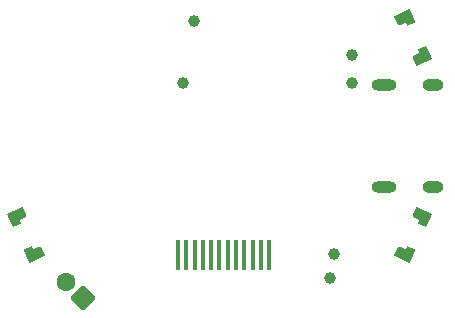
<source format=gbr>
%TF.GenerationSoftware,KiCad,Pcbnew,(6.0.7-1)-1*%
%TF.CreationDate,2022-10-24T14:59:35+01:00*%
%TF.ProjectId,wristpad,77726973-7470-4616-942e-6b696361645f,rev?*%
%TF.SameCoordinates,Original*%
%TF.FileFunction,Soldermask,Bot*%
%TF.FilePolarity,Negative*%
%FSLAX46Y46*%
G04 Gerber Fmt 4.6, Leading zero omitted, Abs format (unit mm)*
G04 Created by KiCad (PCBNEW (6.0.7-1)-1) date 2022-10-24 14:59:35*
%MOMM*%
%LPD*%
G01*
G04 APERTURE LIST*
G04 Aperture macros list*
%AMRoundRect*
0 Rectangle with rounded corners*
0 $1 Rounding radius*
0 $2 $3 $4 $5 $6 $7 $8 $9 X,Y pos of 4 corners*
0 Add a 4 corners polygon primitive as box body*
4,1,4,$2,$3,$4,$5,$6,$7,$8,$9,$2,$3,0*
0 Add four circle primitives for the rounded corners*
1,1,$1+$1,$2,$3*
1,1,$1+$1,$4,$5*
1,1,$1+$1,$6,$7*
1,1,$1+$1,$8,$9*
0 Add four rect primitives between the rounded corners*
20,1,$1+$1,$2,$3,$4,$5,0*
20,1,$1+$1,$4,$5,$6,$7,0*
20,1,$1+$1,$6,$7,$8,$9,0*
20,1,$1+$1,$8,$9,$2,$3,0*%
%AMFreePoly0*
4,1,16,0.740277,0.992426,0.757850,0.950000,0.757850,0.300000,0.740275,0.257574,0.697850,0.240000,0.457200,0.240000,0.457201,-0.274320,0.274320,-0.457200,-0.457200,-0.457200,-0.457200,0.288050,-0.462150,0.300000,-0.462150,0.949999,-0.444576,0.992426,-0.402150,1.010000,0.697850,1.010000,0.740277,0.992426,0.740277,0.992426,$1*%
%AMFreePoly1*
4,1,16,0.444576,0.992426,0.462150,0.950000,0.462150,0.300000,0.457200,0.288050,0.457200,-0.457200,-0.274320,-0.457201,-0.457200,-0.274320,-0.457200,0.240000,-0.697850,0.240000,-0.740276,0.257574,-0.757850,0.300000,-0.757850,0.950000,-0.740276,0.992426,-0.697850,1.010000,0.402150,1.010000,0.444576,0.992426,0.444576,0.992426,$1*%
G04 Aperture macros list end*
%ADD10C,1.000000*%
%ADD11RoundRect,0.250000X0.777817X0.000000X0.000000X0.777817X-0.777817X0.000000X0.000000X-0.777817X0*%
%ADD12C,1.600000*%
%ADD13FreePoly0,115.000000*%
%ADD14FreePoly1,115.000000*%
%ADD15O,2.108200X0.990600*%
%ADD16O,1.803400X0.990600*%
%ADD17FreePoly1,245.000000*%
%ADD18FreePoly0,245.000000*%
%ADD19FreePoly1,295.000000*%
%ADD20FreePoly0,295.000000*%
%ADD21R,0.350000X2.500000*%
G04 APERTURE END LIST*
D10*
%TO.C,TP7*%
X111230000Y-93140000D03*
%TD*%
%TO.C,TP6*%
X111260000Y-95490000D03*
%TD*%
%TO.C,TP4*%
X109390000Y-112010000D03*
%TD*%
%TO.C,TP3*%
X109730000Y-109930000D03*
%TD*%
%TO.C,TP2*%
X96940000Y-95470000D03*
%TD*%
%TO.C,TP1*%
X97830000Y-90220000D03*
%TD*%
D11*
%TO.C,J2*%
X88453199Y-113713199D03*
D12*
X87038985Y-112298985D03*
%TD*%
D13*
%TO.C,SW5*%
X84653935Y-109891721D03*
D14*
X83092065Y-106542279D03*
%TD*%
D15*
%TO.C,J1*%
X113920000Y-104320002D03*
D16*
X118100000Y-104320002D03*
X118100000Y-95679998D03*
D15*
X113920000Y-95679998D03*
%TD*%
D17*
%TO.C,SW4*%
X115346065Y-109891721D03*
D18*
X116907935Y-106542279D03*
%TD*%
D19*
%TO.C,SW3*%
X116907935Y-93457721D03*
D20*
X115346065Y-90108279D03*
%TD*%
D21*
%TO.C,U5*%
X96500000Y-110019500D03*
X97200000Y-110019500D03*
X97900000Y-110019500D03*
X98600000Y-110019500D03*
X99300000Y-110019500D03*
X100000000Y-110019500D03*
X100700000Y-110019500D03*
X101400000Y-110019500D03*
X102100000Y-110019500D03*
X102800000Y-110019500D03*
X103500000Y-110019500D03*
X104200000Y-110019500D03*
%TD*%
M02*

</source>
